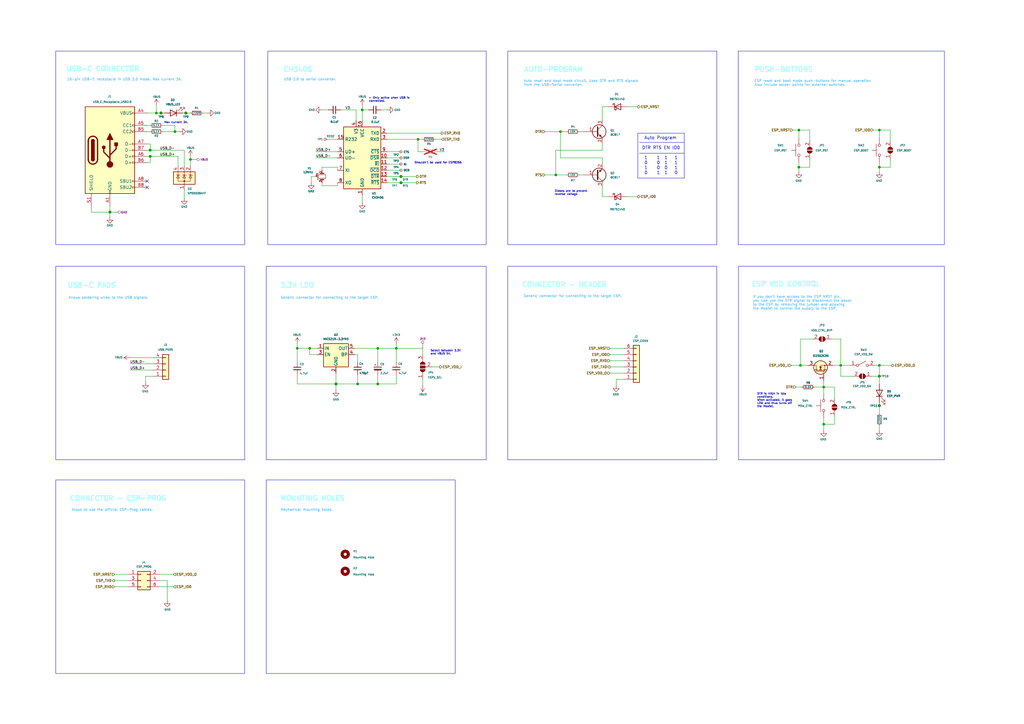
<source format=kicad_sch>
(kicad_sch (version 20250114) (generator "eeschema") (generator_version "9.0")
  (paper "A3")
  (title_block (title "ESPNut-D1") (date "2025-04-08") (rev "0.1") (company "CIRCUITSTATE Electronics LLP") (comment 1 "www.circuitstate.com") (comment 2 "Designed by: Vishnu Mohanan (@vishnumaiea, @vizmohanan)") (comment 3 "ESP32 & ESP8266 Serial Auto-Programmer"))
  (rectangle (start 302.768 20.955) (end 387.35 100.33))
  (rectangle (start 109.22 109.22) (end 199.39 188.595))
  (rectangle (start 208.28 109.22) (end 294.005 188.595))
  (rectangle (start 109.855 20.955) (end 199.39 100.33))
  (rectangle (start 208.28 20.955) (end 294.005 100.33))
  (rectangle (start 302.895 109.22) (end 387.35 188.595))
  (rectangle (start 22.86 20.955) (end 100.33 100.33))
  (rectangle (start 109.22 196.85) (end 186.69 276.225))
  (rectangle (start 22.86 109.22) (end 100.33 188.595))
  (rectangle (start 22.86 196.85) (end 100.33 276.225))
  (text "CH340G" (at 115.951 29.845 0) (effects (font (size 2 2) (thickness 0.4) (bold yes)) (justify left bottom)))
  (text "Max current 3A." (at 67.31 50.8 0) (effects (font (size 0.8 0.8)) (justify left bottom)))
  (text "USB-C CONNECTOR" (at 27.051 29.591 0) (effects (font (size 2 2) (thickness 0.4) (bold yes)) (justify left bottom)))
  (text "3.3V LDO" (at 114.808 118.364 0) (effects (font (size 2 2) (thickness 0.4) (bold yes)) (justify left bottom)))
  (text "CONNECTOR - ESP-PROG" (at 28.448 205.74 0) (effects (font (size 2 2) (thickness 0.4) (bold yes)) (justify left bottom)))
  (text "CONNECTOR - HEADER" (at 213.868 118.11 0) (effects (font (size 2 2) (thickness 0.4) (bold yes)) (justify left bottom)))
  (text "Shouldn't be used for ESP8266" (at 169.926 67.31 0) (effects (font (size 0.8 0.8)) (justify left bottom)))
  (text "Didoes are to prevent\nreverse voltage" (at 227.457 80.264 0) (effects (font (size 0.8 0.8)) (justify left bottom)))
  (text "ESP VDD CONTROL" (at 308.102 117.856 0) (effects (font (size 2 2) (thickness 0.4) (bold yes)) (justify left bottom)))
  (text "PUSH-BUTTONS" (at 309.245 29.845 0) (effects (font (size 2 2) (thickness 0.4) (bold yes)) (justify left bottom)))
  (text " Auto Program\n\nDTR RTS EN IO0\n\n 1    1  1   1\n 0    0  1   1\n 1    0  0   1\n 0    1  1   0" (at 263.271 71.755 0) (effects (font (size 1.27 1.27)) (justify left bottom)))
  (text "AUTO-PROGRAM" (at 214.757 29.845 0) (effects (font (size 2 2) (thickness 0.4) (bold yes)) (justify left bottom)))
  (text "← Only active when USB is\nconnected." (at 151.257 42.037 0) (effects (font (size 0.8 0.8)) (justify left bottom)))
  (text "MOUNTING HOLES" (at 114.808 205.74 0) (effects (font (size 2 2) (thickness 0.4) (bold yes)) (justify left bottom)))
  (text "USB-C PADS" (at 27.559 118.364 0) (effects (font (size 2 2) (thickness 0.4) (bold yes)) (justify left bottom)))
  (text_box "DTR is HIGH in idle conditions.\nWhen activated, it goes LOW and thus turns off the Mosfet." (at 309.88 160.02 0) (size 15.84 7.62) (margins 0.5999 0.5999 0.5999 0.5999) (stroke (width -0.0001)) (effects (font (size 0.8 0.8)) (justify left bottom)))
  (text_box "If you don't have access to the ESP NRST pin,\nyou can use the DTR signal to disconnect the power\nto the ESP by removing the jumper and allowing\nthe Mosfet to control the supply to the ESP." (at 308.01 120.2931 0) (size 45.685 6.3509) (margins 0.7499 0.7499 0.7499 0.7499) (stroke (width -0.0001)) (effects (font (size 1 1)) (justify left top)))
  (text_box "USB 2.0 to serial converter." (at 115.57 31.115 0) (size 52.07 2.54) (margins 0.7499 0.7499 0.7499 0.7499) (stroke (width -0.0001)) (effects (font (size 1 1)) (justify left top)))
  (text_box "Mechanical mounting holes." (at 114.3 207.645 0) (size 39.37 2.54) (margins 0.7499 0.7499 0.7499 0.7499) (stroke (width -0.0001)) (effects (font (size 1 1)) (justify left top)))
  (text_box "ESP reset and boot mode push-buttons for manual operation.\nAlso include solder points for external switches." (at 308.61 31.75 0) (size 52.07 4.445) (margins 0.7499 0.7499 0.7499 0.7499) (stroke (width -0.0001)) (effects (font (size 1 1)) (justify left top)))
  (text_box "Alows to use the official ESP-Prog cables." (at 28.575 207.645 0) (size 39.37 2.54) (margins 0.7499 0.7499 0.7499 0.7499) (stroke (width -0.0001)) (effects (font (size 1 1)) (justify left top)))
  (text_box "16-pin USB-C receptacle in USB 2.0 mode. Max current 3A." (at 26.67 31.115 0) (size 52.07 2.54) (margins 0.7499 0.7499 0.7499 0.7499) (stroke (width -0.0001)) (effects (font (size 1 1)) (justify left top)))
  (text_box "Select between 3.3V and VBUS 5V." (at 175.93 142.191 0) (size 15.84 3.859) (margins 0.5999 0.5999 0.5999 0.5999) (stroke (width -0.0001)) (effects (font (size 0.8 0.8)) (justify left bottom)))
  (text_box "Generic connector for connecting to the target ESP." (at 114.3 120.65 0) (size 43.815 2.54) (margins 0.7499 0.7499 0.7499 0.7499) (stroke (width -0.0001)) (effects (font (size 1 1)) (justify left top)))
  (text_box "Allows soldering wires to the USB signals." (at 27.305 120.65 0) (size 39.37 2.54) (margins 0.7499 0.7499 0.7499 0.7499) (stroke (width -0.0001)) (effects (font (size 1 1)) (justify left top)))
  (text_box "Auto reset and boot mode circuit. Uses DTR and RTS signals from the USB-Serial converter." (at 213.995 31.75 0) (size 52.07 5.08) (margins 0.7499 0.7499 0.7499 0.7499) (stroke (width -0.0001)) (effects (font (size 1 1)) (justify left top)))
  (text_box "Generic connector for connecting to the target ESP." (at 213.995 120.015 0) (size 43.815 2.54) (margins 0.7499 0.7499 0.7499 0.7499) (stroke (width -0.0001)) (effects (font (size 1 1)) (justify left top)))
  (junction (at 164.465 74.93))
  (junction (at 227.965 71.755))
  (junction (at 78.105 65.405))
  (junction (at 137.795 157.48) (diameter 1.016))
  (junction (at 360.68 166.37))
  (junction (at 162.56 142.875))
  (junction (at 360.68 53.34))
  (junction (at 148.59 45.085))
  (junction (at 127 142.875))
  (junction (at 360.68 149.86))
  (junction (at 76.2 46.355))
  (junction (at 154.94 157.48))
  (junction (at 327.66 68.58))
  (junction (at 337.82 158.75))
  (junction (at 66.04 46.355))
  (junction (at 61.595 61.595) (diameter 1.016))
  (junction (at 71.755 53.975))
  (junction (at 171.45 57.15))
  (junction (at 146.685 157.48))
  (junction (at 64.135 46.355))
  (junction (at 121.92 142.875))
  (junction (at 61.595 64.135) (diameter 1.016))
  (junction (at 360.68 154.305))
  (junction (at 328.295 149.86))
  (junction (at 45.085 86.995) (diameter 1.016))
  (junction (at 360.68 68.58))
  (junction (at 327.66 53.34))
  (junction (at 229.87 53.975))
  (junction (at 344.805 149.86))
  (junction (at 337.82 173.99))
  (junction (at 164.465 72.39))
  (junction (at 154.94 142.875))
  (no_connect (at 60.325 76.835))
  (no_connect (at 60.325 74.295))
  (wire (pts (xy 328.295 149.86) (xy 331.47 149.86)))
  (wire (pts (xy 60.325 53.975) (xy 61.595 53.975)))
  (polyline (pts (xy 262.255 58.42) (xy 280.67 58.42)))
  (wire (pts (xy 146.685 148.59) (xy 146.685 145.415)))
  (wire (pts (xy 37.465 86.995) (xy 45.085 86.995)))
  (wire (pts (xy 250.19 153.035) (xy 255.905 153.035)))
  (wire (pts (xy 71.12 235.585) (xy 65.405 235.585)))
  (wire (pts (xy 250.19 147.955) (xy 255.905 147.955)))
  (wire (pts (xy 132.08 76.2) (xy 138.43 76.2)))
  (wire (pts (xy 66.675 51.435) (xy 71.755 51.435)))
  (wire (pts (xy 133.35 57.15) (xy 138.43 57.15)))
  (wire (pts (xy 158.75 64.77) (xy 164.465 64.77)))
  (wire (pts (xy 357.505 154.305) (xy 360.68 154.305)))
  (wire (pts (xy 60.325 61.595) (xy 61.595 61.595)))
  (wire (pts (xy 53.34 149.225) (xy 62.865 149.225)))
  (wire (pts (xy 324.485 149.86) (xy 328.295 149.86)))
  (wire (pts (xy 360.68 166.37) (xy 360.68 169.545)))
  (polyline (pts (xy 262.255 62.865) (xy 280.67 62.865)))
  (wire (pts (xy 257.175 80.645) (xy 261.62 80.645)))
  (wire (pts (xy 337.82 158.75) (xy 337.82 156.21)))
  (wire (pts (xy 332.105 57.785) (xy 332.105 53.34)))
  (wire (pts (xy 61.595 61.595) (xy 75.565 61.595)))
  (wire (pts (xy 340.995 139.065) (xy 344.805 139.065)))
  (wire (pts (xy 229.87 64.77) (xy 229.87 53.975)))
  (wire (pts (xy 61.595 66.675) (xy 61.595 64.135)))
  (wire (pts (xy 46.99 235.585) (xy 52.705 235.585)))
  (wire (pts (xy 146.685 157.48) (xy 154.94 157.48)))
  (wire (pts (xy 177.165 150.495) (xy 180.34 150.495)))
  (wire (pts (xy 158.75 67.31) (xy 164.465 67.31)))
  (wire (pts (xy 127 142.875) (xy 130.175 142.875)))
  (wire (pts (xy 332.105 65.405) (xy 332.105 68.58)))
  (wire (pts (xy 342.265 170.815) (xy 342.265 173.99)))
  (wire (pts (xy 358.14 53.34) (xy 360.68 53.34)))
  (wire (pts (xy 178.435 57.15) (xy 180.975 57.15)))
  (wire (pts (xy 328.295 139.065) (xy 328.295 149.86)))
  (wire (pts (xy 121.92 142.875) (xy 127 142.875)))
  (wire (pts (xy 154.94 142.875) (xy 154.94 148.59)))
  (wire (pts (xy 360.68 149.86) (xy 360.68 154.305)))
  (wire (pts (xy 327.66 53.34) (xy 327.66 56.515)))
  (wire (pts (xy 227.965 71.755) (xy 232.41 71.755)))
  (wire (pts (xy 223.52 71.755) (xy 227.965 71.755)))
  (wire (pts (xy 249.555 80.645) (xy 247.015 80.645)))
  (wire (pts (xy 173.355 145.415) (xy 173.355 142.875)))
  (wire (pts (xy 227.965 61.595) (xy 227.965 71.755)))
  (wire (pts (xy 158.75 54.61) (xy 180.975 54.61)))
  (wire (pts (xy 223.52 53.975) (xy 229.87 53.975)))
  (wire (pts (xy 127 145.415) (xy 127 142.875)))
  (wire (pts (xy 252.73 155.575) (xy 255.905 155.575)))
  (wire (pts (xy 138.43 68.58) (xy 138.43 69.85)))
  (wire (pts (xy 358.775 149.86) (xy 360.68 149.86)))
  (wire (pts (xy 60.325 64.135) (xy 61.595 64.135)))
  (wire (pts (xy 129.54 62.23) (xy 138.43 62.23)))
  (wire (pts (xy 75.565 67.945) (xy 75.565 61.595)))
  (wire (pts (xy 121.92 142.875) (xy 121.92 148.59)))
  (wire (pts (xy 146.685 153.67) (xy 146.685 157.48)))
  (wire (pts (xy 173.355 155.575) (xy 173.355 158.115)))
  (wire (pts (xy 78.105 65.405) (xy 78.105 67.945)))
  (wire (pts (xy 61.595 64.135) (xy 73.025 64.135)))
  (wire (pts (xy 134.62 45.085) (xy 132.08 45.085)))
  (wire (pts (xy 137.795 153.035) (xy 137.795 157.48)))
  (wire (pts (xy 127.635 74.93) (xy 127.635 72.39)))
  (wire (pts (xy 146.685 145.415) (xy 145.415 145.415)))
  (wire (pts (xy 360.68 53.34) (xy 360.68 56.515)))
  (wire (pts (xy 71.755 53.975) (xy 71.755 51.435)))
  (wire (pts (xy 162.56 140.97) (xy 162.56 142.875)))
  (polyline (pts (xy 261.62 54.61) (xy 261.62 73.025)))
  (wire (pts (xy 148.59 80.01) (xy 148.59 83.185)))
  (wire (pts (xy 237.49 71.755) (xy 239.395 71.755)))
  (wire (pts (xy 360.68 149.86) (xy 365.76 149.86)))
  (wire (pts (xy 158.75 62.23) (xy 164.465 62.23)))
  (polyline (pts (xy 280.67 73.025) (xy 261.62 73.025)))
  (wire (pts (xy 146.685 157.48) (xy 137.795 157.48)))
  (wire (pts (xy 68.58 238.125) (xy 65.405 238.125)))
  (wire (pts (xy 148.59 45.085) (xy 148.59 49.53)))
  (wire (pts (xy 154.94 153.67) (xy 154.94 157.48)))
  (wire (pts (xy 64.135 46.355) (xy 64.135 43.18)))
  (wire (pts (xy 158.75 57.15) (xy 171.45 57.15)))
  (wire (pts (xy 148.59 45.085) (xy 151.13 45.085)))
  (wire (pts (xy 344.805 139.065) (xy 344.805 149.86)))
  (wire (pts (xy 121.92 157.48) (xy 137.795 157.48)))
  (wire (pts (xy 121.92 153.67) (xy 121.92 157.48)))
  (wire (pts (xy 60.325 59.055) (xy 61.595 59.055)))
  (wire (pts (xy 247.015 64.77) (xy 229.87 64.77)))
  (wire (pts (xy 365.125 53.34) (xy 360.68 53.34)))
  (wire (pts (xy 164.465 74.93) (xy 170.815 74.93)))
  (wire (pts (xy 127.635 72.39) (xy 129.54 72.39)))
  (wire (pts (xy 146.05 45.085) (xy 146.05 49.53)))
  (wire (pts (xy 327.66 66.675) (xy 327.66 68.58)))
  (wire (pts (xy 121.92 140.97) (xy 121.92 142.875)))
  (wire (pts (xy 247.015 61.595) (xy 227.965 61.595)))
  (wire (pts (xy 83.185 46.355) (xy 85.09 46.355)))
  (wire (pts (xy 344.805 154.305) (xy 344.805 149.86)))
  (wire (pts (xy 171.45 57.15) (xy 171.45 62.23)))
  (wire (pts (xy 333.375 139.065) (xy 328.295 139.065)))
  (wire (pts (xy 66.04 46.355) (xy 67.31 46.355)))
  (wire (pts (xy 46.99 238.125) (xy 52.705 238.125)))
  (wire (pts (xy 360.68 154.305) (xy 360.68 157.48)))
  (wire (pts (xy 60.325 66.675) (xy 61.595 66.675)))
  (wire (pts (xy 162.56 142.875) (xy 162.56 148.59)))
  (wire (pts (xy 365.125 57.785) (xy 365.125 53.34)))
  (wire (pts (xy 45.085 86.995) (xy 46.355 86.995)))
  (wire (pts (xy 156.21 45.085) (xy 158.75 45.085)))
  (wire (pts (xy 332.105 53.34) (xy 327.66 53.34)))
  (wire (pts (xy 360.68 174.625) (xy 360.68 176.53)))
  (wire (pts (xy 158.75 69.85) (xy 164.465 69.85)))
  (wire (pts (xy 257.175 43.815) (xy 261.62 43.815)))
  (wire (pts (xy 129.54 64.77) (xy 138.43 64.77)))
  (wire (pts (xy 247.015 76.835) (xy 247.015 80.645)))
  (wire (pts (xy 334.01 158.75) (xy 337.82 158.75)))
  (wire (pts (xy 229.87 53.975) (xy 232.41 53.975)))
  (wire (pts (xy 66.675 53.975) (xy 71.755 53.975)))
  (wire (pts (xy 164.465 72.39) (xy 170.815 72.39)))
  (wire (pts (xy 158.75 74.93) (xy 164.465 74.93)))
  (wire (pts (xy 349.885 154.305) (xy 344.805 154.305)))
  (wire (pts (xy 145.415 142.875) (xy 154.94 142.875)))
  (wire (pts (xy 252.73 158.115) (xy 252.73 155.575)))
  (wire (pts (xy 325.12 53.34) (xy 327.66 53.34)))
  (wire (pts (xy 59.69 154.305) (xy 62.865 154.305)))
  (wire (pts (xy 360.68 66.675) (xy 360.68 68.58)))
  (wire (pts (xy 45.085 84.455) (xy 45.085 86.995)))
  (wire (pts (xy 179.07 62.23) (xy 182.245 62.23)))
  (wire (pts (xy 64.135 46.355) (xy 66.04 46.355)))
  (wire (pts (xy 365.125 68.58) (xy 360.68 68.58)))
  (wire (pts (xy 250.19 145.415) (xy 255.905 145.415)))
  (wire (pts (xy 132.08 76.2) (xy 132.08 74.93)))
  (polyline (pts (xy 280.67 54.61) (xy 280.67 73.025)))
  (wire (pts (xy 162.56 153.67) (xy 162.56 157.48)))
  (wire (pts (xy 148.59 43.18) (xy 148.59 45.085)))
  (wire (pts (xy 132.08 68.58) (xy 132.08 69.85)))
  (wire (pts (xy 162.56 157.48) (xy 154.94 157.48)))
  (wire (pts (xy 154.94 142.875) (xy 162.56 142.875)))
  (wire (pts (xy 75.565 78.105) (xy 75.565 81.28)))
  (wire (pts (xy 332.105 68.58) (xy 327.66 68.58)))
  (wire (pts (xy 137.795 157.48) (xy 137.795 160.02)))
  (wire (pts (xy 247.015 59.055) (xy 247.015 61.595)))
  (wire (pts (xy 247.015 66.675) (xy 247.015 64.77)))
  (wire (pts (xy 71.755 53.975) (xy 73.66 53.975)))
  (wire (pts (xy 132.08 68.58) (xy 138.43 68.58)))
  (wire (pts (xy 247.015 43.815) (xy 247.015 48.895)))
  (wire (pts (xy 249.555 43.815) (xy 247.015 43.815)))
  (wire (pts (xy 60.325 51.435) (xy 61.595 51.435)))
  (wire (pts (xy 341.63 149.86) (xy 344.805 149.86)))
  (wire (pts (xy 342.265 158.75) (xy 337.82 158.75)))
  (wire (pts (xy 342.265 163.195) (xy 342.265 158.75)))
  (polyline (pts (xy 261.62 54.61) (xy 280.67 54.61)))
  (wire (pts (xy 130.175 145.415) (xy 127 145.415)))
  (wire (pts (xy 53.34 146.685) (xy 62.865 146.685)))
  (wire (pts (xy 53.34 151.765) (xy 62.865 151.765)))
  (wire (pts (xy 337.82 171.45) (xy 337.82 173.99)))
  (wire (pts (xy 76.2 46.355) (xy 78.105 46.355)))
  (wire (pts (xy 250.19 142.875) (xy 255.905 142.875)))
  (wire (pts (xy 158.75 72.39) (xy 164.465 72.39)))
  (wire (pts (xy 139.7 45.085) (xy 146.05 45.085)))
  (wire (pts (xy 327.66 68.58) (xy 327.66 70.485)))
  (wire (pts (xy 37.465 84.455) (xy 37.465 86.995)))
  (wire (pts (xy 74.93 46.355) (xy 76.2 46.355)))
  (wire (pts (xy 46.99 240.665) (xy 52.705 240.665)))
  (wire (pts (xy 171.45 57.15) (xy 173.355 57.15)))
  (wire (pts (xy 171.45 62.23) (xy 173.99 62.23)))
  (wire (pts (xy 326.39 158.75) (xy 328.93 158.75)))
  (wire (pts (xy 60.325 46.355) (xy 64.135 46.355)))
  (wire (pts (xy 237.49 53.975) (xy 239.395 53.975)))
  (wire (pts (xy 344.805 149.86) (xy 348.615 149.86)))
  (wire (pts (xy 59.69 156.845) (xy 59.69 154.305)))
  (wire (pts (xy 78.105 64.135) (xy 78.105 65.405)))
  (wire (pts (xy 68.58 238.125) (xy 68.58 246.38)))
  (wire (pts (xy 61.595 59.055) (xy 61.595 61.595)))
  (wire (pts (xy 71.12 240.665) (xy 65.405 240.665)))
  (wire (pts (xy 173.355 142.875) (xy 162.56 142.875)))
  (wire (pts (xy 250.19 150.495) (xy 255.905 150.495)))
  (wire (pts (xy 342.265 173.99) (xy 337.82 173.99)))
  (wire (pts (xy 73.025 67.945) (xy 73.025 64.135)))
  (wire (pts (xy 78.105 65.405) (xy 78.74 65.405)))
  (wire (pts (xy 360.68 68.58) (xy 360.68 70.485)))
  (wire (pts (xy 138.43 76.2) (xy 138.43 74.93)))
  (wire (pts (xy 360.68 165.1) (xy 360.68 166.37)))
  (wire (pts (xy 337.82 176.53) (xy 337.82 173.99)))
  (wire (pts (xy 337.82 158.75) (xy 337.82 161.29)))
  (wire (pts (xy 45.085 86.995) (xy 45.085 89.027)))
  (wire (pts (xy 365.125 65.405) (xy 365.125 68.58)))
  (label "USB_D-" (at 53.34 149.225 0) (effects (font (size 1 1))))
  (label "V3" (at 182.245 62.23 180) (effects (font (size 1 1))))
  (label "USB_D+" (at 53.34 151.765 0) (effects (font (size 1 1))))
  (label "USB_D-" (at 129.54 64.77 0) (effects (font (size 1 1))))
  (label "USB_D-" (at 71.755 61.595 180) (effects (font (size 1 1))))
  (label "USB_D+" (at 129.54 62.23 0) (effects (font (size 1 1))))
  (label "USB_D+" (at 71.755 64.135 180) (effects (font (size 1 1))))
  (label "V3" (at 141.605 45.085 0) (effects (font (size 1 1))))
  (hierarchical_label "ESP_VDD_O" (shape input) (at 250.19 153.035 180) (effects (font (size 1 1) (thickness 0.2) (bold yes))))
  (hierarchical_label "ESP_NRST" (shape input) (at 325.12 53.34 180) (effects (font (size 1 1) (thickness 0.2) (bold yes))))
  (hierarchical_label "ESP_VDD_O" (shape input) (at 71.12 235.585 0) (effects (font (size 1 1) (thickness 0.2) (bold yes))))
  (hierarchical_label "ESP_RX0" (shape output) (at 180.975 54.61 0) (effects (font (size 1 1) (thickness 0.2) (bold yes))))
  (hierarchical_label "RTS" (shape output) (at 170.815 74.93 0) (effects (font (size 1 1) (thickness 0.2) (bold yes))))
  (hierarchical_label "ESP_IO0" (shape input) (at 358.14 53.34 180) (effects (font (size 1 1) (thickness 0.2) (bold yes))))
  (hierarchical_label "ESP_NRST" (shape output) (at 261.62 43.815 0) (effects (font (size 1 1) (thickness 0.2) (bold yes))))
  (hierarchical_label "ESP_VDD_I" (shape output) (at 180.34 150.495 0) (effects (font (size 1 1) (thickness 0.2) (bold yes))))
  (hierarchical_label "ESP_RX0" (shape input) (at 46.99 240.665 180) (effects (font (size 1 1) (thickness 0.2) (bold yes))))
  (hierarchical_label "ESP_NRST" (shape input) (at 250.19 142.875 180) (effects (font (size 1 1) (thickness 0.2) (bold yes))))
  (hierarchical_label "DTR" (shape input) (at 326.39 158.75 180) (effects (font (size 1 1) (thickness 0.2) (bold yes))))
  (hierarchical_label "ESP_TX0" (shape output) (at 46.99 238.125 180) (effects (font (size 1 1) (thickness 0.2) (bold yes))))
  (hierarchical_label "ESP_VDD_O" (shape output) (at 365.76 149.86 0) (effects (font (size 1 1) (thickness 0.2) (bold yes))))
  (hierarchical_label "ESP_IO0" (shape output) (at 261.62 80.645 0) (effects (font (size 1 1) (thickness 0.2) (bold yes))))
  (hierarchical_label "ESP_TX0" (shape output) (at 250.19 150.495 180) (effects (font (size 1 1) (thickness 0.2) (bold yes))))
  (hierarchical_label "ESP_RX0" (shape input) (at 250.19 147.955 180) (effects (font (size 1 1) (thickness 0.2) (bold yes))))
  (hierarchical_label "ESP_VDD_I" (shape input) (at 324.485 149.86 180) (effects (font (size 1 1) (thickness 0.2) (bold yes))))
  (hierarchical_label "ESP_IO0" (shape input) (at 250.19 145.415 180) (effects (font (size 1 1) (thickness 0.2) (bold yes))))
  (hierarchical_label "RTS" (shape input) (at 223.52 71.755 180) (effects (font (size 1 1) (thickness 0.2) (bold yes))))
  (hierarchical_label "DTR" (shape input) (at 223.52 53.975 180) (effects (font (size 1 1) (thickness 0.2) (bold yes))))
  (hierarchical_label "DTR" (shape output) (at 170.815 72.39 0) (effects (font (size 1 1) (thickness 0.2) (bold yes))))
  (hierarchical_label "ESP_NRST" (shape input) (at 46.99 235.585 180) (effects (font (size 1 1) (thickness 0.2) (bold yes))))
  (hierarchical_label "ESP_IO0" (shape input) (at 71.12 240.665 0) (effects (font (size 1 1) (thickness 0.2) (bold yes))))
  (hierarchical_label "ESP_TX0" (shape input) (at 180.975 57.15 0) (effects (font (size 1 1) (thickness 0.2) (bold yes))))
  (netclass_flag "" (length 2.54) (shape round) (at 46.355 86.995 270) (property "Netclass" "GND" (at 50.8353 87.0621 0) (effects (font (size 0.8 0.8) (italic yes)))))
  (netclass_flag "" (length 2.54) (shape round) (at 173.355 142.875 0) (property "Netclass" "3V3" (at 173.333 138.9515 0) (effects (font (size 0.8 0.8) (italic yes)))))
  (netclass_flag "" (length 2.54) (shape round) (at 78.74 65.405 270) (property "Netclass" "VBUS" (at 83.7089 65.4386 0) (effects (font (size 0.8 0.8) (italic yes)))))
  (symbol (lib_id "Device:R_Small") (at 360.68 172.085 180) (unit 1)
    (property "Reference" "R9" (at 363.093 171.831 0) (effects (font (size 0.8 0.8))))
    (property "Value" "220R" (at 360.68 172.085 90) (effects (font (size 0.8 0.8))))
    (property "Footprint" "Resistor_SMD:R_0402_1005Metric" (effects (hide yes)))
    (property "MFR" "Yageo" (effects (hide yes)))
    (property "MPN" "RC0402FR-7D220RL" (effects (hide yes)))
  )
  (symbol (lib_id "PCM_Transistor_MOSFET_AKL:Si2302CDS") (at 336.55 152.4 90) (unit 1)
    (property "Reference" "Q3" (at 337.693 144.018 90) (effects (font (size 0.8 0.8)) (justify left)))
    (property "Value" "Si2302CDS" (at 339.979 145.923 90) (effects (font (size 0.8 0.8)) (justify left)))
    (property "Footprint" "Package_TO_SOT_SMD:SOT-23" (effects (hide yes)))
    (property "Datasheet" "https://www.tme.eu/Document/03732f4cb273bac6aebb867904f56583/si2302cds.pdf" (effects (hide yes)))
    (property "MFR" "Vishay" (effects (hide yes)))
    (property "MPN" "Si2302CDS" (effects (hide yes)))
  )
  (symbol (lib_id "power:VBUS") (at 64.135 43.18 0) (unit 1)
    (property "Reference" "#PWR01" (effects (hide yes)))
    (property "Value" "VBUS" (at 64.2305 39.7049 0) (effects (font (size 0.8 0.8))))
  )
  (symbol (lib_id "Switch:SW_Push") (at 327.66 61.595 90) (unit 1)
    (property "Reference" "SW1" (at 320.167 59.563 90) (effects (font (size 0.8 0.8))))
    (property "Value" "ESP_RST" (at 320.167 61.722 90) (effects (font (size 0.8 0.8))))
    (property "Footprint" "CSE_Switch_SMD:CK_SW_SPST_UK-B0273-SP25Y" (effects (hide yes)))
    (property "Name" "ESP_RST" (effects (hide yes)))
    (property "MFR" "USAKRO" (effects (hide yes)))
    (property "MPN" "UK-B0273-SP25Y" (effects (hide yes)))
  )
  (symbol (lib_id "Device:R_Small") (at 176.53 62.23 90) (unit 1) (in_bom no) (dnp yes)
    (property "Reference" "R6" (at 176.53 64.389 90) (effects (font (size 0.8 0.8))))
    (property "Value" "DNP" (at 176.53 62.23 90) (effects (font (size 0.8 0.8))))
    (property "Footprint" "Resistor_SMD:R_0402_1005Metric" (effects (hide yes)))
  )
  (symbol (lib_id "Device:R_Small") (at 234.95 53.975 270) (unit 1)
    (property "Reference" "R4" (at 234.95 51.943 90) (effects (font (size 0.8 0.8))))
    (property "Value" "10K" (at 234.95 53.975 90) (effects (font (size 0.8 0.8))))
    (property "Footprint" "Resistor_SMD:R_0402_1005Metric" (effects (hide yes)))
    (property "MFR" "Walsin" (effects (hide yes)))
    (property "MPN" "WR04X1002FTL" (effects (hide yes)))
  )
  (symbol (lib_id "Device:R_Small") (at 175.895 57.15 270) (unit 1)
    (property "Reference" "R5" (at 175.895 59.055 90) (effects (font (size 0.8 0.8))))
    (property "Value" "220R" (at 175.895 57.15 90) (effects (font (size 0.8 0.8))))
    (property "Footprint" "Resistor_SMD:R_0402_1005Metric" (effects (hide yes)))
    (property "MFR" "Yageo" (effects (hide yes)))
    (property "MPN" "RC0402FR-7D220RL" (effects (hide yes)))
  )
  (symbol (lib_id "power:GND") (at 45.085 89.027 0) (unit 1)
    (property "Reference" "#PWR013" (effects (hide yes)))
    (property "Value" "GND" (at 45.0634 92.4297 0) (effects (font (size 0.8 0.8))))
  )
  (symbol (lib_id "Switch:SW_Push") (at 360.68 61.595 90) (unit 1)
    (property "Reference" "SW2" (at 353.187 59.563 90) (effects (font (size 0.8 0.8))))
    (property "Value" "ESP_BOOT" (at 353.187 61.722 90) (effects (font (size 0.8 0.8))))
    (property "Footprint" "CSE_Switch_SMD:CK_SW_SPST_UK-B0273-SP25Y" (effects (hide yes)))
    (property "Name" "ESP_BOOT" (effects (hide yes)))
    (property "MFR" "USAKRO" (effects (hide yes)))
    (property "MPN" "UK-B0273-SP25Y" (effects (hide yes)))
  )
  (symbol (lib_id "Jumper:SolderJumper_2_Open") (at 365.125 61.595 90) (unit 1)
    (property "Reference" "JP2" (at 370.078 59.563 90) (effects (font (size 0.8 0.8))))
    (property "Value" "ESP_BOOT" (at 370.84 61.722 90) (effects (font (size 0.8 0.8))))
    (property "Footprint" "CSE_Solder-Jumper:Solder-Jumper-1x2_P1.3mm_Open_Rounded_1.0x1.2mm" (effects (hide yes)))
    (property "Name" "ESP_BOOT" (effects (hide yes)))
    (property "MPN" "DNP" (effects (hide yes)))
    (property "MFR" "DNP" (effects (hide yes)))
  )
  (symbol (lib_id "power:GND") (at 137.795 160.02 0) (unit 1)
    (property "Reference" "#PWR020" (effects (hide yes)))
    (property "Value" "GND" (at 137.795 163.83 0) (effects (font (size 0.8 0.8))))
  )
  (symbol (lib_id "power:VBUS") (at 121.92 140.97 0) (unit 1)
    (property "Reference" "#PWR014" (effects (hide yes)))
    (property "Value" "VBUS" (at 121.793 137.3378 0) (effects (font (size 0.8 0.8))))
  )
  (symbol (lib_id "Device:C_Small") (at 162.56 151.13 0) (unit 1)
    (property "Reference" "C6" (at 163.322 149.2249 0) (effects (font (size 0.8 0.8)) (justify left)))
    (property "Value" "4.7uF" (at 163.449 153.0349 0) (effects (font (size 0.8 0.8)) (justify left)))
    (property "Footprint" "Capacitor_SMD:C_0402_1005Metric" (effects (hide yes)))
    (property "MFR" "Yageo" (effects (hide yes)))
    (property "MPN" "CC0402MRX5R5BB475" (effects (hide yes)))
  )
  (symbol (lib_id "Jumper:SolderJumper_2_Open") (at 353.695 154.305 180) (unit 1)
    (property "Reference" "JP5" (at 353.568 156.845 0) (effects (font (size 0.8 0.8))))
    (property "Value" "ESP_VDD_SW" (at 353.568 158.369 0) (effects (font (size 0.8 0.8))))
    (property "Footprint" "CSE_Solder-Jumper:Solder-Jumper-1x2_P1.3mm_Open_Rounded_1.0x1.2mm" (effects (hide yes)))
    (property "Name" "VDD_CTRL_BYP" (effects (hide yes)))
    (property "MPN" "DNP" (effects (hide yes)))
    (property "MFR" "DNP" (effects (hide yes)))
  )
  (symbol (lib_id "power:GND") (at 73.66 53.975 90) (unit 1)
    (property "Reference" "#PWR06" (effects (hide yes)))
    (property "Value" "GND" (at 77.724 53.975 90) (effects (font (size 0.8 0.8))))
  )
  (symbol (lib_id "power:GND") (at 85.09 46.355 90) (unit 1)
    (property "Reference" "#PWR05" (effects (hide yes)))
    (property "Value" "GND" (at 89.154 46.355 90) (effects (font (size 0.8 0.8))))
  )
  (symbol (lib_id "Connector:TestPoint_Small") (at 164.465 72.39 0) (unit 1)
    (property "Reference" "TP6" (at 160.655 73.6599 0) (effects (font (size 0.8 0.8)) (justify left)))
    (property "Value" "DTR" (at 165.1 73.6599 0) (effects (font (size 0.8 0.8)) (justify left)))
    (property "Footprint" "SparkFun-Connector:TestPoint-0.75mm" (effects (hide yes)))
    (property "Description" "test point" (effects (hide yes)))
    (property "Name" "DTR" (effects (hide yes)))
    (property "MFR" "DNP" (effects (hide yes)))
    (property "MPN" "DNP" (effects (hide yes)))
  )
  (symbol (lib_id "Jumper:SolderJumper_2_Open") (at 342.265 167.005 90) (unit 1)
    (property "Reference" "JP6" (at 347.98 164.973 90) (effects (font (size 0.8 0.8))))
    (property "Value" "POW_CTRL" (at 347.98 167.132 90) (effects (font (size 0.8 0.8))))
    (property "Footprint" "CSE_Solder-Jumper:Solder-Jumper-1x2_P1.3mm_Open_Rounded_1.0x1.2mm" (effects (hide yes)))
    (property "Name" "POW_CTRL" (effects (hide yes)))
    (property "MPN" "DNP" (effects (hide yes)))
    (property "MFR" "DNP" (effects (hide yes)))
  )
  (symbol (lib_id "Device:LED") (at 360.68 161.29 90) (unit 1)
    (property "Reference" "D5" (at 364.617 160.5279 90) (effects (font (size 0.8 0.8))))
    (property "Value" "ESP_PWR" (at 366.522 162.4329 90) (effects (font (size 0.8 0.8))))
    (property "Footprint" "LED_SMD:LED_0603_1608Metric" (effects (hide yes)))
    (property "Name" "ESP_PWR" (effects (hide yes)))
    (property "MFR" "Everlight" (effects (hide yes)))
    (property "MPN" "19-217UYOC/S3112/TR8" (effects (hide yes)))
  )
  (symbol (lib_id "Connector:USB_C_Receptacle_USB2.0") (at 45.085 61.595 0) (unit 1)
    (property "Reference" "J1" (at 44.958 39.497 0) (effects (font (size 0.8 0.8))))
    (property "Value" "USB_C_Receptacle_USB2.0" (at 45.974 41.783 0) (effects (font (size 0.8 0.8))))
    (property "Footprint" "CSE_Connector_USB:USB_C_Receptacle_GCT_USB4110" (effects (hide yes)))
    (property "Datasheet" "https://hubtronics.in/docs/YTC-TC16-273A1.pdf" (effects (hide yes)))
    (property "Description" "5A 1 16 Female Type-C SMD USB Connectors ROHS" (effects (hide yes)))
    (property "MPN" "YTC-TC16-273A1" (effects (hide yes)))
    (property "MFR" "Yi Yuan" (effects (hide yes)))
    (property "Name" "USB-C" (effects (hide yes)))
  )
  (symbol (lib_id "Device:C_Small") (at 153.67 45.085 90) (unit 1)
    (property "Reference" "C2" (at 154.5589 48.26 90) (effects (font (size 0.8 0.8)) (justify left)))
    (property "Value" "0.1uF" (at 155.7019 50.038 90) (effects (font (size 0.8 0.8)) (justify left)))
    (property "Footprint" "Capacitor_SMD:C_0402_1005Metric" (effects (hide yes)))
    (property "MFR" "Yageo" (effects (hide yes)))
    (property "MPN" "CC0402KRX5R6BB104" (effects (hide yes)))
  )
  (symbol (lib_id "power:VBUS") (at 53.34 146.685 90) (unit 1)
    (property "Reference" "#PWR016" (effects (hide yes)))
    (property "Value" "VBUS" (at 48.6918 146.558 90) (effects (font (size 0.8 0.8))))
  )
  (symbol (lib_id "Connector:TestPoint_Small") (at 164.465 74.93 0) (unit 1)
    (property "Reference" "TP7" (at 160.655 76.1999 0) (effects (font (size 0.8 0.8)) (justify left)))
    (property "Value" "RTS" (at 165.1 76.1999 0) (effects (font (size 0.8 0.8)) (justify left)))
    (property "Footprint" "SparkFun-Connector:TestPoint-0.75mm" (effects (hide yes)))
    (property "Description" "test point" (effects (hide yes)))
    (property "Name" "RTS" (effects (hide yes)))
    (property "MFR" "DNP" (effects (hide yes)))
    (property "MPN" "DNP" (effects (hide yes)))
  )
  (symbol (lib_id "Device:R_Small") (at 80.645 46.355 270) (unit 1)
    (property "Reference" "R1" (at 80.645 44.323 90) (effects (font (size 0.8 0.8))))
    (property "Value" "220R" (at 80.645 46.355 90) (effects (font (size 0.8 0.8))))
    (property "Footprint" "Resistor_SMD:R_0402_1005Metric" (effects (hide yes)))
    (property "MFR" "Yageo" (effects (hide yes)))
    (property "MPN" "RC0402FR-7D220RL" (effects (hide yes)))
  )
  (symbol (lib_id "Connector:TestPoint_Small") (at 164.465 69.85 0) (unit 1)
    (property "Reference" "TP5" (at 161.29 71.1199 0) (effects (font (size 0.8 0.8)) (justify left)))
    (property "Value" "DCD" (at 165.4627 69.7958 0) (effects (font (size 0.8 0.8)) (justify left)))
    (property "Footprint" "SparkFun-Connector:TestPoint-0.75mm" (effects (hide yes)))
    (property "Description" "test point" (effects (hide yes)))
    (property "Name" "DCD" (effects (hide yes)))
    (property "MFR" "DNP" (effects (hide yes)))
    (property "MPN" "DNP" (effects (hide yes)))
  )
  (symbol (lib_id "Jumper:SolderJumper_2_Open") (at 332.105 61.595 90) (unit 1)
    (property "Reference" "JP1" (at 337.058 59.563 90) (effects (font (size 0.8 0.8))))
    (property "Value" "ESP_RST" (at 337.058 61.722 90) (effects (font (size 0.8 0.8))))
    (property "Footprint" "CSE_Solder-Jumper:Solder-Jumper-1x2_P1.3mm_Open_Rounded_1.0x1.2mm" (effects (hide yes)))
    (property "Name" "ESP_RST" (effects (hide yes)))
    (property "MPN" "DNP" (effects (hide yes)))
    (property "MFR" "DNP" (effects (hide yes)))
  )
  (symbol (lib_id "Device:R_Small") (at 331.47 158.75 90) (unit 1)
    (property "Reference" "R8" (at 331.47 156.972 90) (effects (font (size 0.8 0.8))))
    (property "Value" "5.1K" (at 331.47 158.75 90) (effects (font (size 0.8 0.8))))
    (property "Footprint" "Resistor_SMD:R_0402_1005Metric" (effects (hide yes)))
    (property "Description" "5.1K 0402 1% 1/16W 100ppm 5K1; Chip Resistors" (effects (hide yes)))
    (property "MPN" "WR04X5101FTL" (effects (hide yes)))
    (property "MFR" "Walsin" (effects (hide yes)))
  )
  (symbol (lib_id "Connector:TestPoint_Small") (at 164.465 64.77 0) (unit 1)
    (property "Reference" "TP3" (at 161.29 66.0399 0) (effects (font (size 0.8 0.8)) (justify left)))
    (property "Value" "DSR" (at 165.354 64.7699 0) (effects (font (size 0.8 0.8)) (justify left)))
    (property "Footprint" "SparkFun-Connector:TestPoint-0.75mm" (effects (hide yes)))
    (property "Description" "test point" (effects (hide yes)))
    (property "Name" "DSR" (effects (hide yes)))
    (property "MFR" "DNP" (effects (hide yes)))
    (property "MPN" "DNP" (effects (hide yes)))
  )
  (symbol (lib_id "Connector_Generic:Conn_02x03_Odd_Even") (at 57.785 238.125 0) (unit 1)
    (property "Reference" "J4" (at 58.928 230.632 0) (effects (font (size 0.8 0.8))))
    (property "Value" "ESP_PROG" (at 59.055 232.41 0) (effects (font (size 0.8 0.8))))
    (property "Footprint" "Connector_PinHeader_1.27mm:PinHeader_2x03_P1.27mm_Vertical" (effects (hide yes)))
    (property "Description" "Generic connector, double row, 02x03, odd/even pin numbering scheme (row 1 odd numbers, row 2 even numbers), script generated (kicad-library-utils/schlib/autogen/connector/)" (effects (hide yes)))
    (property "Name" "ESP_PROG" (effects (hide yes)))
    (property "MPN" "DNP" (effects (hide yes)))
    (property "MFR" "DNP" (effects (hide yes)))
  )
  (symbol (lib_id "power:GND") (at 252.73 158.115 0) (unit 1)
    (property "Reference" "#PWR019" (effects (hide yes)))
    (property "Value" "GND" (at 252.603 161.7472 0) (effects (font (size 0.8 0.8))))
  )
  (symbol (lib_id "Connector:TestPoint_Small") (at 360.68 166.37 0) (unit 1)
    (property "Reference" "TP11" (at 356.8616 166.4313 0) (effects (font (size 0.8 0.8)) (justify left)))
    (property "Value" "CTS" (effects (hide yes)))
    (property "Footprint" "SparkFun-Connector:TestPoint-0.75mm" (effects (hide yes)))
    (property "Description" "test point" (effects (hide yes)))
    (property "Name" "CTS" (effects (hide yes)))
    (property "MFR" "DNP" (effects (hide yes)))
    (property "MPN" "DNP" (effects (hide yes)))
  )
  (symbol (lib_id "Device:C_Small") (at 137.16 45.085 270) (unit 1)
    (property "Reference" "C1" (at 136.2711 48.133 90) (effects (font (size 0.8 0.8)) (justify left)))
    (property "Value" "0.1uF" (at 135.5091 49.911 90) (effects (font (size 0.8 0.8)) (justify left)))
    (property "Footprint" "Capacitor_SMD:C_0402_1005Metric" (effects (hide yes)))
    (property "MFR" "Yageo" (effects (hide yes)))
    (property "MPN" "CC0402KRX5R6BB104" (effects (hide yes)))
  )
  (symbol (lib_id "Interface_USB:CH340G") (at 148.59 64.77 0) (unit 1)
    (property "Reference" "U1" (at 153.416 79.248 0) (effects (font (size 0.8 0.8))))
    (property "Value" "CH340G" (at 154.94 81.026 0) (effects (font (size 0.8 0.8))))
    (property "Footprint" "Package_SO:SOIC-16_3.9x9.9mm_P1.27mm" (effects (hide yes)))
    (property "Datasheet" "http://www.datasheet5.com/pdf-local-2195953" (effects (hide yes)))
    (property "MFR" "WCH" (effects (hide yes)))
    (property "MPN" "CH340G" (effects (hide yes)))
  )
  (symbol (lib_id "power:GND") (at 75.565 81.28 0) (unit 1)
    (property "Reference" "#PWR011" (effects (hide yes)))
    (property "Value" "GND" (at 75.5609 84.7748 0) (effects (font (size 0.8 0.8))))
  )
  (symbol (lib_id "Connector:TestPoint_Small") (at 133.35 57.15 0) (unit 1)
    (property "Reference" "TP1" (at 130.175 57.1499 0) (effects (font (size 0.8 0.8)) (justify left)))
    (property "Value" "R232" (at 133.985 55.8799 0) (effects (font (size 0.8 0.8)) (justify left)))
    (property "Footprint" "SparkFun-Connector:TestPoint-0.75mm" (effects (hide yes)))
    (property "Description" "test point" (effects (hide yes)))
    (property "Name" "R232" (effects (hide yes)))
    (property "MFR" "DNP" (effects (hide yes)))
    (property "MPN" "DNP" (effects (hide yes)))
  )
  (symbol (lib_id "power:GND") (at 127.635 74.93 0) (unit 1)
    (property "Reference" "#PWR010" (effects (hide yes)))
    (property "Value" "GND" (at 127.6396 78.4158 0) (effects (font (size 0.8 0.8))))
  )
  (symbol (lib_id "Device:Crystal_GND2_Small") (at 132.08 72.39 270) (unit 1)
    (property "Reference" "Y1" (at 126.111 69.088 90) (effects (font (size 0.8 0.8)) (justify left)))
    (property "Value" "12MHz" (at 124.333 70.612 90) (effects (font (size 0.8 0.8)) (justify left)))
    (property "Footprint" "Crystal:Resonator_SMD_Murata_CSTxExxV-3Pin_3.0x1.1mm" (effects (hide yes)))
    (property "MFR" "Murata" (effects (hide yes)))
    (property "MPN" "CSTNE12M0G52Z000R0" (effects (hide yes)))
  )
  (symbol (lib_id "power:GND") (at 360.68 176.53 0) (unit 1)
    (property "Reference" "#PWR022" (effects (hide yes)))
    (property "Value" "GND" (at 360.6337 179.9656 0) (effects (font (size 0.8 0.8))))
  )
  (symbol (lib_id "power:GND") (at 360.68 70.485 0) (unit 1)
    (property "Reference" "#PWR09" (effects (hide yes)))
    (property "Value" "GND" (at 360.553 74.1172 0) (effects (font (size 0.8 0.8))))
  )
  (symbol (lib_id "Connector:TestPoint_Small") (at 164.465 67.31 0) (unit 1)
    (property "Reference" "TP4" (at 161.29 68.5799 0) (effects (font (size 0.8 0.8)) (justify left)))
    (property "Value" "RI" (at 165.481 67.4369 0) (effects (font (size 0.8 0.8)) (justify left)))
    (property "Footprint" "SparkFun-Connector:TestPoint-0.75mm" (effects (hide yes)))
    (property "Description" "test point" (effects (hide yes)))
    (property "Name" "RI" (effects (hide yes)))
    (property "MFR" "DNP" (effects (hide yes)))
    (property "MPN" "DNP" (effects (hide yes)))
  )
  (symbol (lib_id "Device:C_Small") (at 121.92 151.13 0) (unit 1)
    (property "Reference" "C3" (at 122.936 149.3519 0) (effects (font (size 0.8 0.8)) (justify left)))
    (property "Value" "4.7uF" (at 122.936 153.1619 0) (effects (font (size 0.8 0.8)) (justify left)))
    (property "Footprint" "Capacitor_SMD:C_0402_1005Metric" (effects (hide yes)))
    (property "MFR" "Yageo" (effects (hide yes)))
    (property "MPN" "CC0402MRX5R5BB475" (effects (hide yes)))
  )
  (symbol (lib_id "Transistor_BJT:BC817") (at 244.475 53.975 0) (unit 1)
    (property "Reference" "Q1" (at 250.317 53.4669 0) (effects (font (size 0.8 0.8)) (justify left)))
    (property "Value" "BC817" (at 250.317 55.245 0) (effects (font (size 0.8 0.8)) (justify left)))
    (property "Footprint" "Package_TO_SOT_SMD:SOT-23" (effects (hide yes)))
    (property "Datasheet" "https://www.onsemi.com/pub/Collateral/BC818-D.pdf" (effects (hide yes)))
    (property "MFR" "Nexperia" (effects (hide yes)))
    (property "MPN" "BC817-16,215" (effects (hide yes)))
  )
  (symbol (lib_id "power:VBUS") (at 148.59 43.18 0) (unit 1)
    (property "Reference" "#PWR02" (effects (hide yes)))
    (property "Value" "VBUS" (at 148.59 39.624 0) (effects (font (size 0.8 0.8))))
  )
  (symbol (lib_id "Connector:TestPoint_Small") (at 66.04 46.355 0) (unit 1)
    (property "Reference" "TP8" (at 64.9174 47.8867 0) (effects (font (size 0.8 0.8)) (justify left)))
    (property "Value" "CTS" (effects (hide yes)))
    (property "Footprint" "SparkFun-Connector:TestPoint-0.75mm" (effects (hide yes)))
    (property "Description" "test point" (effects (hide yes)))
    (property "Name" "CTS" (effects (hide yes)))
    (property "MFR" "DNP" (effects (hide yes)))
    (property "MPN" "DNP" (effects (hide yes)))
  )
  (symbol (lib_id "power:GND") (at 337.82 176.53 0) (unit 1)
    (property "Reference" "#PWR021" (effects (hide yes)))
    (property "Value" "GND" (at 337.693 180.1622 0) (effects (font (size 0.8 0.8))))
  )
  (symbol (lib_id "power:VBUS") (at 78.105 64.135 0) (unit 1)
    (property "Reference" "#PWR07" (effects (hide yes)))
    (property "Value" "VBUS" (at 78.1682 60.6827 0) (effects (font (size 0.8 0.8))))
  )
  (symbol (lib_id "power:GND") (at 68.58 246.38 0) (mirror y) (unit 1)
    (property "Reference" "#PWR023" (effects (hide yes)))
    (property "Value" "GND" (at 68.707 250.0122 0) (effects (font (size 0.8 0.8))))
  )
  (symbol (lib_id "Device:LED") (at 71.12 46.355 180) (unit 1)
    (property "Reference" "D2" (at 70.8659 41.021 0) (effects (font (size 0.8 0.8))))
    (property "Value" "VBUS_LED" (at 70.9929 42.799 0) (effects (font (size 0.8 0.8))))
    (property "Footprint" "LED_SMD:LED_0603_1608Metric" (effects (hide yes)))
    (property "Name" "VBUS_LED" (effects (hide yes)))
    (property "MFR" "Everlight" (effects (hide yes)))
    (property "MPN" "19-21SURC/S530-A2/TR8" (effects (hide yes)))
  )
  (symbol (lib_id "Switch:SW_SPST") (at 353.695 149.86 0) (unit 1)
    (property "Reference" "SW3" (at 354.203 143.51 0) (effects (font (size 0.8 0.8))))
    (property "Value" "ESP_VDD_SW" (at 354.203 145.288 0) (effects (font (size 0.8 0.8))))
    (property "Footprint" "Button_Switch_SMD:SW_SPDT_PCM12" (effects (hide yes)))
    (property "Description" "Single Pole Single Throw (SPST) switch" (effects (hide yes)))
    (property "Name" "ESP_VDD_SW" (effects (hide yes)))
    (property "MFR" "C&K" (effects (hide yes)))
    (property "MPN" "PCM12SMTR" (effects (hide yes)))
  )
  (symbol (lib_id "Mechanical:MountingHole") (at 141.605 234.315 0) (unit 1)
    (property "Reference" "H2" (at 144.78 233.0449 0) (effects (font (size 0.8 0.8)) (justify left)))
    (property "Value" "Mounting Hole" (at 144.78 235.5849 0) (effects (font (size 0.8 0.8)) (justify left)))
    (property "Footprint" "MountingHole:MountingHole_2.2mm_M2_DIN965" (effects (hide yes)))
    (property "Description" "Mounting Hole without connection" (effects (hide yes)))
    (property "MFR" "DNP" (effects (hide yes)))
    (property "MPN" "DNP" (effects (hide yes)))
  )
  (symbol (lib_id "Jumper:SolderJumper_2_Open") (at 337.185 139.065 180) (unit 1)
    (property "Reference" "JP3" (at 337.058 133.35 0) (effects (font (size 0.8 0.8))))
    (property "Value" "VDD_CTRL_BYP" (at 337.058 135.509 0) (effects (font (size 0.8 0.8))))
    (property "Footprint" "CSE_Solder-Jumper:Solder-Jumper-1x2_P1.3mm_Open_Rounded_1.0x1.2mm" (effects (hide yes)))
    (property "Name" "VDD_CTRL_BYP" (effects (hide yes)))
    (property "MPN" "DNP" (effects (hide yes)))
    (property "MFR" "DNP" (effects (hide yes)))
  )
  (symbol (lib_id "Connector:TestPoint_Small") (at 164.465 62.23 0) (unit 1)
    (property "Reference" "TP2" (at 161.29 63.4999 0) (effects (font (size 0.8 0.8)) (justify left)))
    (property "Value" "CTS" (at 165.481 62.3569 0) (effects (font (size 0.8 0.8)) (justify left)))
    (property "Footprint" "SparkFun-Connector:TestPoint-0.75mm" (effects (hide yes)))
    (property "Description" "test point" (effects (hide yes)))
    (property "Name" "CTS" (effects (hide yes)))
    (property "MFR" "DNP" (effects (hide yes)))
    (property "MPN" "DNP" (effects (hide yes)))
  )
  (symbol (lib_id "power:VBUS") (at 173.355 158.115 180) (unit 1)
    (property "Reference" "#PWR018" (effects (hide yes)))
    (property "Value" "VBUS" (at 173.482 161.7472 0) (effects (font (size 0.8 0.8))))
  )
  (symbol (lib_id "Device:C_Small") (at 146.685 151.13 0) (unit 1)
    (property "Reference" "C4" (at 147.32 149.2249 0) (effects (font (size 0.8 0.8)) (justify left)))
    (property "Value" "470pF" (at 147.32 153.0349 0) (effects (font (size 0.8 0.8)) (justify left)))
    (property "Footprint" "Capacitor_SMD:C_0402_1005Metric" (effects (hide yes)))
    (property "MFR" "Walsin" (effects (hide yes)))
    (property "MPN" "0402N471J500LT" (effects (hide yes)))
  )
  (symbol (lib_id "Power_Protection:SP0503BAHT") (at 75.565 73.025 0) (mirror y) (unit 1)
    (property "Reference" "D3" (at 78.613 77.4699 0) (effects (font (size 0.8 0.8)) (justify left)))
    (property "Value" "SP0503BAHT" (at 84.582 79.2479 0) (effects (font (size 0.8 0.8)) (justify left)))
    (property "Footprint" "Package_TO_SOT_SMD:SOT-143" (effects (hide yes)))
    (property "Datasheet" "http://www.littelfuse.com/~/media/files/littelfuse/technical%20resources/documents/data%20sheets/sp05xxba.pdf" (effects (hide yes)))
    (property "Description" "8.5V Clamp Ipp Tvs Diode Surface Mount SOT-143-4" (effects (hide yes)))
    (property "MPN" "SP0503BAHTG" (effects (hide yes)))
    (property "MFR" "Littelfuse" (effects (hide yes)))
  )
  (symbol (lib_id "power:GND") (at 148.59 83.185 0) (unit 1)
    (property "Reference" "#PWR012" (effects (hide yes)))
    (property "Value" "GND" (at 148.5763 86.6927 0) (effects (font (size 0.8 0.8))))
  )
  (symbol (lib_id "Mechanical:MountingHole") (at 141.605 227.33 0) (unit 1)
    (property "Reference" "H1" (at 144.78 226.0599 0) (effects (font (size 0.8 0.8)) (justify left)))
    (property "Value" "Mounting Hole" (at 144.78 228.5999 0) (effects (font (size 0.8 0.8)) (justify left)))
    (property "Footprint" "MountingHole:MountingHole_2.2mm_M2_DIN965" (effects (hide yes)))
    (property "Description" "Mounting Hole without connection" (effects (hide yes)))
    (property "MFR" "DNP" (effects (hide yes)))
    (property "MPN" "DNP" (effects (hide yes)))
  )
  (symbol (lib_id "Transistor_BJT:BC817") (at 244.475 71.755 0) (mirror x) (unit 1)
    (property "Reference" "Q2" (at 250.317 70.9929 0) (effects (font (size 0.8 0.8)) (justify left)))
    (property "Value" "BC817" (at 250.317 72.771 0) (effects (font (size 0.8 0.8)) (justify left)))
    (property "Footprint" "Package_TO_SOT_SMD:SOT-23" (effects (hide yes)))
    (property "Datasheet" "https://www.onsemi.com/pub/Collateral/BC818-D.pdf" (effects (hide yes)))
    (property "MFR" "Nexperia" (effects (hide yes)))
    (property "MPN" "BC817-16,215" (effects (hide yes)))
  )
  (symbol (lib_id "Diode:MBR340") (at 253.365 43.815 0) (unit 1)
    (property "Reference" "D1" (at 252.984 38.608 0) (effects (font (size 0.8 0.8))))
    (property "Value" "RB751V40" (at 253.111 40.64 0) (effects (font (size 0.8 0.8))))
    (property "Footprint" "Diode_SMD:D_SOD-323_HandSoldering" (effects (hide yes)))
    (property "Datasheet" "http://www.onsemi.com/pub_link/Collateral/MBR340-D.PDF" (effects (hide yes)))
    (property "MFR" "Nexperia" (effects (hide yes)))
    (property "MPN" "RB751V40" (effects (hide yes)))
  )
  (symbol (lib_id "Device:R_Small") (at 64.135 53.975 90) (unit 1)
    (property "Reference" "R3" (at 64.135 55.753 90) (effects (font (size 0.8 0.8))))
    (property "Value" "5.1K" (at 64.135 53.975 90) (effects (font (size 0.8 0.8))))
    (property "Footprint" "Resistor_SMD:R_0402_1005Metric" (effects (hide yes)))
    (property "Description" "5.1K 0402 1% 1/16W 100ppm 5K1; Chip Resistors" (effects (hide yes)))
    (property "MPN" "WR04X5101FTL" (effects (hide yes)))
    (property "MFR" "Walsin" (effects (hide yes)))
  )
  (symbol (lib_id "Connector:TestPoint_Small") (at 360.68 154.305 0) (unit 1)
    (property "Reference" "TP10" (at 361.402 154.2947 0) (effects (font (size 0.8 0.8)) (justify left)))
    (property "Value" "CTS" (effects (hide yes)))
    (property "Footprint" "SparkFun-Connector:TestPoint-0.75mm" (effects (hide yes)))
    (property "Description" "test point" (effects (hide yes)))
    (property "Name" "CTS" (effects (hide yes)))
    (property "MFR" "DNP" (effects (hide yes)))
    (property "MPN" "DNP" (effects (hide yes)))
  )
  (symbol (lib_id "power:+3V3") (at 162.56 140.97 0) (unit 1)
    (property "Reference" "#PWR015" (effects (hide yes)))
    (property "Value" "+3V3" (at 162.433 137.3378 0) (effects (font (size 0.8 0.8))))
  )
  (symbol (lib_id "Switch:SW_Push") (at 337.82 166.37 90) (unit 1)
    (property "Reference" "SW4" (at 330.327 164.338 90) (effects (font (size 0.8 0.8))))
    (property "Value" "POW_CTRL" (at 330.327 166.497 90) (effects (font (size 0.8 0.8))))
    (property "Footprint" "CSE_Switch_SMD:CK_SW_SPST_UK-B0273-SP25Y" (effects (hide yes)))
    (property "Name" "POW_CTRL" (effects (hide yes)))
    (property "MFR" "USAKRO" (effects (hide yes)))
    (property "MPN" "UK-B0273-SP25Y" (effects (hide yes)))
  )
  (symbol (lib_id "Device:C_Polarized_Small") (at 154.94 151.13 0) (unit 1)
    (property "Reference" "C5" (at 155.956 149.3519 0) (effects (font (size 0.8 0.8)) (justify left)))
    (property "Value" "2.2uF" (at 155.956 153.0349 0) (effects (font (size 0.8 0.8)) (justify left)))
    (property "Footprint" "Capacitor_Tantalum_SMD:CP_EIA-2012-12_Kemet-R_Pad1.30x1.05mm_HandSolder" (effects (hide yes)))
    (property "MFR" "KYOCERA AVX" (effects (hide yes)))
    (property "MPN" "TAJR225M016RNJ" (effects (hide yes)))
  )
  (symbol (lib_id "power:GND") (at 327.66 70.485 0) (unit 1)
    (property "Reference" "#PWR08" (effects (hide yes)))
    (property "Value" "GND" (at 327.533 74.1172 0) (effects (font (size 0.8 0.8))))
  )
  (symbol (lib_id "Connector_Generic:Conn_01x06") (at 260.985 150.495 0) (mirror x) (unit 1)
    (property "Reference" "J2" (at 260.096 138.0491 0) (effects (font (size 0.8 0.8)) (justify left)))
    (property "Value" "ESP_CONN" (at 259.588 139.8271 0) (effects (font (size 0.8 0.8)) (justify left)))
    (property "Footprint" "Connector_PinHeader_2.54mm:PinHeader_1x06_P2.54mm_Vertical" (effects (hide yes)))
    (property "Description" "Generic connector, single row, 01x06, script generated (kicad-library-utils/schlib/autogen/connector/)" (effects (hide yes)))
    (property "Name" "ESP_CONN" (effects (hide yes)))
    (property "MPN" "DNP" (effects (hide yes)))
    (property "MFR" "DNP" (effects (hide yes)))
  )
  (symbol (lib_id "Connector:TestPoint_Small") (at 76.2 46.355 0) (unit 1)
    (property "Reference" "TP9" (at 75.0774 47.8867 0) (effects (font (size 0.8 0.8)) (justify left)))
    (property "Value" "CTS" (effects (hide yes)))
    (property "Footprint" "SparkFun-Connector:TestPoint-0.75mm" (effects (hide yes)))
    (property "Description" "test point" (effects (hide yes)))
    (property "Name" "CTS" (effects (hide yes)))
    (property "MFR" "DNP" (effects (hide yes)))
    (property "MPN" "DNP" (effects (hide yes)))
  )
  (symbol (lib_id "power:GND") (at 132.08 45.085 270) (unit 1)
    (property "Reference" "#PWR03" (effects (hide yes)))
    (property "Value" "GND" (at 127.889 45.085 90) (effects (font (size 0.8 0.8))))
  )
  (symbol (lib_id "Jumper:SolderJumper_3_Open") (at 173.355 150.495 90) (unit 1)
    (property "Reference" "JP4" (at 177.8 152.781 90) (effects (font (size 0.8 0.8)) (justify left)))
    (property "Value" "ESPV_SEL" (at 181.356 154.813 90) (effects (font (size 0.8 0.8)) (justify left)))
    (property "Footprint" "CSE_Solder-Jumper:Solder-Jumper-1x3_P1.3mm_Open_Rounded_1.0x1.5mm_Labels" (effects (hide yes)))
    (property "Description" "Solder Jumper, 3-pole, open" (effects (hide yes)))
    (property "Name" "ESPV_SEL" (effects (hide yes)))
    (property "MPN" "DNP" (effects (hide yes)))
    (property "MFR" "DNP" (effects (hide yes)))
  )
  (symbol (lib_id "Regulator_Linear:MIC5219-3.3YM5") (at 137.795 145.415 0) (unit 1)
    (property "Reference" "U2" (at 137.795 137.287 0) (effects (font (size 0.8 0.8))))
    (property "Value" "MIC5219-3.3YM5" (at 137.795 139.065 0) (effects (font (size 0.8 0.8))))
    (property "Footprint" "Package_TO_SOT_SMD:SOT-23-5" (effects (hide yes)))
    (property "Datasheet" "http://ww1.microchip.com/downloads/en/DeviceDoc/MIC5219-500mA-Peak-Output-LDO-Regulator-DS20006021A.pdf" (effects (hide yes)))
    (property "Name" "3.3V" (effects (hide yes)))
    (property "MFR" "Microchip" (effects (hide yes)))
    (property "MPN" "MIC5219-3.3YM5" (effects (hide yes)))
  )
  (symbol (lib_id "Device:R_Small") (at 234.95 71.755 270) (unit 1)
    (property "Reference" "R7" (at 234.95 74.041 90) (effects (font (size 0.8 0.8))))
    (property "Value" "10K" (at 234.95 71.755 90) (effects (font (size 0.8 0.8))))
    (property "Footprint" "Resistor_SMD:R_0402_1005Metric" (effects (hide yes)))
    (property "MFR" "Walsin" (effects (hide yes)))
    (property "MPN" "WR04X1002FTL" (effects (hide yes)))
  )
  (symbol (lib_id "Device:R_Small") (at 64.135 51.435 90) (unit 1)
    (property "Reference" "R2" (at 64.135 49.657 90) (effects (font (size 0.8 0.8))))
    (property "Value" "5.1K" (at 64.135 51.435 90) (effects (font (size 0.8 0.8))))
    (property "Footprint" "Resistor_SMD:R_0402_1005Metric" (effects (hide yes)))
    (property "Description" "5.1K 0402 1% 1/16W 100ppm 5K1; Chip Resistors" (effects (hide yes)))
    (property "MPN" "WR04X5101FTL" (effects (hide yes)))
    (property "MFR" "Walsin" (effects (hide yes)))
  )
  (symbol (lib_id "Diode:MBR340") (at 253.365 80.645 0) (unit 1)
    (property "Reference" "D4" (at 253.238 83.82 0) (effects (font (size 0.8 0.8))))
    (property "Value" "RB751V40" (at 253.238 85.852 0) (effects (font (size 0.8 0.8))))
    (property "Footprint" "Diode_SMD:D_SOD-323_HandSoldering" (effects (hide yes)))
    (property "Datasheet" "http://www.onsemi.com/pub_link/Collateral/MBR340-D.PDF" (effects (hide yes)))
    (property "MFR" "Nexperia" (effects (hide yes)))
    (property "MPN" "RB751V40" (effects (hide yes)))
  )
  (symbol (lib_id "power:GND") (at 158.75 45.085 90) (unit 1)
    (property "Reference" "#PWR04" (effects (hide yes)))
    (property "Value" "GND" (at 162.941 45.085 90) (effects (font (size 0.8 0.8))))
  )
  (symbol (lib_id "power:GND") (at 59.69 156.845 0) (unit 1)
    (property "Reference" "#PWR017" (effects (hide yes)))
    (property "Value" "GND" (at 59.563 160.4772 0) (effects (font (size 0.8 0.8))))
  )
  (symbol (lib_id "Connector_Generic:Conn_01x04") (at 67.945 151.765 0) (mirror x) (unit 1)
    (property "Reference" "J3" (at 67.056 141.4781 0) (effects (font (size 0.8 0.8)) (justify left)))
    (property "Value" "USB_PADS" (at 64.77 143.3831 0) (effects (font (size 0.8 0.8)) (justify left)))
    (property "Footprint" "CSE_Solderpads:Solderpad_1x4_Rectangular_Rounded_1.2x1mm_P1.5mm" (effects (hide yes)))
    (property "Description" "Generic connector, single row, 01x04, script generated (kicad-library-utils/schlib/autogen/connector/)" (effects (hide yes)))
    (property "Name" "USB_PADS" (effects (hide yes)))
    (property "MPN" "DNP" (effects (hide yes)))
    (property "MFR" "DNP" (effects (hide yes)))
  )
)
</source>
